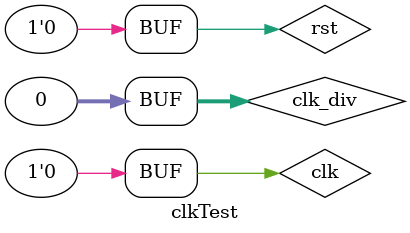
<source format=v>
`timescale 1ns / 1ps


module clkTest;

	// Inputs
	reg clk;
	reg rst;

	// Outputs
	reg [31:0] clk_div;
	integer i;

	// Instantiate the Unit Under Test (UUT)
	clk_div uut (
		.clk(clk), 
		.rst(rst), 
		.clk_div(clk_div)
	);

	initial begin
		// Initialize Inputs
		clk = 0;
		rst = 0;
		#5 clk_div = 0;

		// Wait 100 ns for global reset to finish
		#100;
        
		// Add stimulus here
//		for ( i=0; i<65536; i=i+1 ) begin
//			#1 clk = 1;
//			#1 clk = 0;
//		end

	end
      
endmodule


</source>
